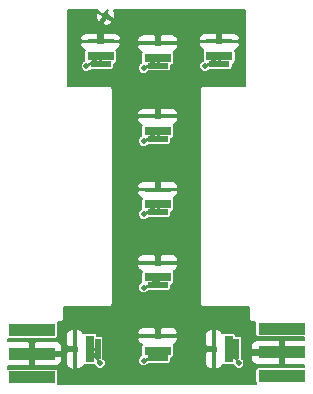
<source format=gtl>
G04 #@! TF.FileFunction,Copper,L1,Top,Signal*
%FSLAX46Y46*%
G04 Gerber Fmt 4.6, Leading zero omitted, Abs format (unit mm)*
G04 Created by KiCad (PCBNEW 4.0.0-rc2-stable) date 3/3/2016 3:44:55 PM*
%MOMM*%
G01*
G04 APERTURE LIST*
%ADD10C,0.150000*%
%ADD11R,1.800000X0.500000*%
%ADD12R,2.300000X0.320000*%
%ADD13R,2.300000X0.800000*%
%ADD14C,0.500000*%
%ADD15R,0.500000X1.800000*%
%ADD16R,0.320000X2.300000*%
%ADD17R,0.800000X2.300000*%
%ADD18R,4.000000X1.000000*%
%ADD19C,0.600000*%
%ADD20C,0.254000*%
%ADD21C,0.152400*%
G04 APERTURE END LIST*
D10*
D11*
X54840633Y-23675793D03*
D12*
X54840633Y-21775793D03*
D13*
X54840633Y-23025793D03*
D14*
X53640633Y-23875793D03*
D11*
X64888480Y-23675793D03*
D12*
X64888480Y-21775793D03*
D13*
X64888480Y-23025793D03*
D14*
X63688480Y-23875793D03*
D15*
X66350584Y-47815506D03*
D16*
X64450584Y-47815506D03*
D17*
X65700584Y-47815506D03*
D14*
X66550584Y-49015506D03*
D15*
X54599980Y-47815506D03*
D16*
X52699980Y-47815506D03*
D17*
X53949980Y-47815506D03*
D14*
X54799980Y-49015506D03*
D11*
X59687828Y-23825673D03*
D12*
X59687828Y-21925673D03*
D13*
X59687828Y-23175673D03*
D14*
X58487828Y-24025673D03*
D11*
X59687828Y-30019177D03*
D12*
X59687828Y-28119177D03*
D13*
X59687828Y-29369177D03*
D14*
X58487828Y-30219177D03*
D11*
X59687828Y-36212680D03*
D12*
X59687828Y-34312680D03*
D13*
X59687828Y-35562680D03*
D14*
X58487828Y-36412680D03*
D11*
X59687828Y-42406187D03*
D12*
X59687828Y-40506187D03*
D13*
X59687828Y-41756187D03*
D14*
X58487828Y-42606187D03*
D11*
X59687828Y-48599688D03*
D12*
X59687828Y-46699688D03*
D13*
X59687828Y-47949688D03*
D14*
X58487828Y-48799688D03*
D18*
X70182240Y-50103065D03*
X70182240Y-48103065D03*
X70182240Y-46103065D03*
D19*
X69182240Y-50103065D03*
X69182240Y-48103065D03*
X69182240Y-46103065D03*
D18*
X49034782Y-46206337D03*
X49034782Y-48206337D03*
X49034782Y-50206337D03*
D19*
X50034782Y-46206337D03*
X50034782Y-48206337D03*
X50034782Y-50206337D03*
D14*
X55268813Y-19586101D03*
D20*
X54840000Y-23680000D02*
X54840000Y-23030000D01*
X54840000Y-23680000D02*
X54840000Y-23030000D01*
X54840000Y-23680000D02*
X54840000Y-23030000D01*
X54840000Y-23680000D02*
X54840000Y-23030000D01*
X54840000Y-23680000D02*
X54840000Y-23030000D01*
X54840000Y-23680000D02*
X54840000Y-23030000D01*
X54840000Y-23680000D02*
X54840000Y-23030000D01*
X54840000Y-23680000D02*
X54840000Y-23030000D01*
X54840000Y-23680000D02*
X54840000Y-23030000D01*
X54840000Y-23030000D02*
X53640000Y-23880000D01*
X54840000Y-23030000D02*
X53640000Y-23880000D01*
X54840000Y-23030000D02*
X53640000Y-23880000D01*
X54840000Y-23030000D02*
X53640000Y-23880000D01*
X54840000Y-23030000D02*
X53640000Y-23880000D01*
X54840000Y-23030000D02*
X53640000Y-23880000D01*
X54840000Y-23030000D02*
X53640000Y-23880000D01*
X54840000Y-23030000D02*
X53640000Y-23880000D01*
X54840000Y-23030000D02*
X53640000Y-23880000D01*
X64890000Y-23680000D02*
X64890000Y-23030000D01*
X64890000Y-23680000D02*
X64890000Y-23030000D01*
X64890000Y-23680000D02*
X64890000Y-23030000D01*
X64890000Y-23680000D02*
X64890000Y-23030000D01*
X64890000Y-23680000D02*
X64890000Y-23030000D01*
X64890000Y-23680000D02*
X64890000Y-23030000D01*
X64890000Y-23680000D02*
X64890000Y-23030000D01*
X64890000Y-23680000D02*
X64890000Y-23030000D01*
X64890000Y-23680000D02*
X64890000Y-23030000D01*
X64890000Y-23030000D02*
X63690000Y-23880000D01*
X64890000Y-23030000D02*
X63690000Y-23880000D01*
X64890000Y-23030000D02*
X63690000Y-23880000D01*
X64890000Y-23030000D02*
X63690000Y-23880000D01*
X64890000Y-23030000D02*
X63690000Y-23880000D01*
X64890000Y-23030000D02*
X63690000Y-23880000D01*
X64890000Y-23030000D02*
X63690000Y-23880000D01*
X64890000Y-23030000D02*
X63690000Y-23880000D01*
X64890000Y-23030000D02*
X63690000Y-23880000D01*
X66350000Y-47820000D02*
X65700000Y-47820000D01*
X66350000Y-47820000D02*
X65700000Y-47820000D01*
X66350000Y-47820000D02*
X65700000Y-47820000D01*
X66350000Y-47820000D02*
X65700000Y-47820000D01*
X66350000Y-47820000D02*
X65700000Y-47820000D01*
X66350000Y-47820000D02*
X65700000Y-47820000D01*
X66350000Y-47820000D02*
X65700000Y-47820000D01*
X66350000Y-47820000D02*
X65700000Y-47820000D01*
X66350000Y-47820000D02*
X65700000Y-47820000D01*
X65700000Y-47820000D02*
X66550000Y-49020000D01*
X65700000Y-47820000D02*
X66550000Y-49020000D01*
X65700000Y-47820000D02*
X66550000Y-49020000D01*
X65700000Y-47820000D02*
X66550000Y-49020000D01*
X65700000Y-47820000D02*
X66550000Y-49020000D01*
X65700000Y-47820000D02*
X66550000Y-49020000D01*
X65700000Y-47820000D02*
X66550000Y-49020000D01*
X65700000Y-47820000D02*
X66550000Y-49020000D01*
X65700000Y-47820000D02*
X66550000Y-49020000D01*
X54600000Y-47820000D02*
X53950000Y-47820000D01*
X54600000Y-47820000D02*
X53950000Y-47820000D01*
X54600000Y-47820000D02*
X53950000Y-47820000D01*
X54600000Y-47820000D02*
X53950000Y-47820000D01*
X54600000Y-47820000D02*
X53950000Y-47820000D01*
X54600000Y-47820000D02*
X53950000Y-47820000D01*
X54600000Y-47820000D02*
X53950000Y-47820000D01*
X54600000Y-47820000D02*
X53950000Y-47820000D01*
X54600000Y-47820000D02*
X53950000Y-47820000D01*
X53950000Y-47820000D02*
X54800000Y-49020000D01*
X53950000Y-47820000D02*
X54800000Y-49020000D01*
X53950000Y-47820000D02*
X54800000Y-49020000D01*
X53950000Y-47820000D02*
X54800000Y-49020000D01*
X53950000Y-47820000D02*
X54800000Y-49020000D01*
X53950000Y-47820000D02*
X54800000Y-49020000D01*
X53950000Y-47820000D02*
X54800000Y-49020000D01*
X53950000Y-47820000D02*
X54800000Y-49020000D01*
X53950000Y-47820000D02*
X54800000Y-49020000D01*
X59690000Y-23830000D02*
X59690000Y-23180000D01*
X59690000Y-23830000D02*
X59690000Y-23180000D01*
X59690000Y-23830000D02*
X59690000Y-23180000D01*
X59690000Y-23830000D02*
X59690000Y-23180000D01*
X59690000Y-23830000D02*
X59690000Y-23180000D01*
X59690000Y-23830000D02*
X59690000Y-23180000D01*
X59690000Y-23830000D02*
X59690000Y-23180000D01*
X59690000Y-23830000D02*
X59690000Y-23180000D01*
X59690000Y-23830000D02*
X59690000Y-23180000D01*
X59690000Y-23180000D02*
X58490000Y-24030000D01*
X59690000Y-23180000D02*
X58490000Y-24030000D01*
X59690000Y-23180000D02*
X58490000Y-24030000D01*
X59690000Y-23180000D02*
X58490000Y-24030000D01*
X59690000Y-23180000D02*
X58490000Y-24030000D01*
X59690000Y-23180000D02*
X58490000Y-24030000D01*
X59690000Y-23180000D02*
X58490000Y-24030000D01*
X59690000Y-23180000D02*
X58490000Y-24030000D01*
X59690000Y-23180000D02*
X58490000Y-24030000D01*
X59690000Y-30020000D02*
X59690000Y-29370000D01*
X59690000Y-30020000D02*
X59690000Y-29370000D01*
X59690000Y-30020000D02*
X59690000Y-29370000D01*
X59690000Y-30020000D02*
X59690000Y-29370000D01*
X59690000Y-30020000D02*
X59690000Y-29370000D01*
X59690000Y-30020000D02*
X59690000Y-29370000D01*
X59690000Y-30020000D02*
X59690000Y-29370000D01*
X59690000Y-30020000D02*
X59690000Y-29370000D01*
X59690000Y-30020000D02*
X59690000Y-29370000D01*
X59690000Y-29370000D02*
X58490000Y-30220000D01*
X59690000Y-29370000D02*
X58490000Y-30220000D01*
X59690000Y-29370000D02*
X58490000Y-30220000D01*
X59690000Y-29370000D02*
X58490000Y-30220000D01*
X59690000Y-29370000D02*
X58490000Y-30220000D01*
X59690000Y-29370000D02*
X58490000Y-30220000D01*
X59690000Y-29370000D02*
X58490000Y-30220000D01*
X59690000Y-29370000D02*
X58490000Y-30220000D01*
X59690000Y-29370000D02*
X58490000Y-30220000D01*
X59690000Y-36210000D02*
X59690000Y-35560000D01*
X59690000Y-36210000D02*
X59690000Y-35560000D01*
X59690000Y-36210000D02*
X59690000Y-35560000D01*
X59690000Y-36210000D02*
X59690000Y-35560000D01*
X59690000Y-36210000D02*
X59690000Y-35560000D01*
X59690000Y-36210000D02*
X59690000Y-35560000D01*
X59690000Y-36210000D02*
X59690000Y-35560000D01*
X59690000Y-36210000D02*
X59690000Y-35560000D01*
X59690000Y-36210000D02*
X59690000Y-35560000D01*
X59690000Y-35560000D02*
X58490000Y-36410000D01*
X59690000Y-35560000D02*
X58490000Y-36410000D01*
X59690000Y-35560000D02*
X58490000Y-36410000D01*
X59690000Y-35560000D02*
X58490000Y-36410000D01*
X59690000Y-35560000D02*
X58490000Y-36410000D01*
X59690000Y-35560000D02*
X58490000Y-36410000D01*
X59690000Y-35560000D02*
X58490000Y-36410000D01*
X59690000Y-35560000D02*
X58490000Y-36410000D01*
X59690000Y-35560000D02*
X58490000Y-36410000D01*
X59690000Y-42410000D02*
X59690000Y-41760000D01*
X59690000Y-42410000D02*
X59690000Y-41760000D01*
X59690000Y-42410000D02*
X59690000Y-41760000D01*
X59690000Y-42410000D02*
X59690000Y-41760000D01*
X59690000Y-42410000D02*
X59690000Y-41760000D01*
X59690000Y-42410000D02*
X59690000Y-41760000D01*
X59690000Y-42410000D02*
X59690000Y-41760000D01*
X59690000Y-42410000D02*
X59690000Y-41760000D01*
X59690000Y-42410000D02*
X59690000Y-41760000D01*
X59690000Y-41760000D02*
X58490000Y-42610000D01*
X59690000Y-41760000D02*
X58490000Y-42610000D01*
X59690000Y-41760000D02*
X58490000Y-42610000D01*
X59690000Y-41760000D02*
X58490000Y-42610000D01*
X59690000Y-41760000D02*
X58490000Y-42610000D01*
X59690000Y-41760000D02*
X58490000Y-42610000D01*
X59690000Y-41760000D02*
X58490000Y-42610000D01*
X59690000Y-41760000D02*
X58490000Y-42610000D01*
X59690000Y-41760000D02*
X58490000Y-42610000D01*
X59690000Y-48600000D02*
X59690000Y-47950000D01*
X59690000Y-48600000D02*
X59690000Y-47950000D01*
X59690000Y-48600000D02*
X59690000Y-47950000D01*
X59690000Y-48600000D02*
X59690000Y-47950000D01*
X59690000Y-48600000D02*
X59690000Y-47950000D01*
X59690000Y-48600000D02*
X59690000Y-47950000D01*
X59690000Y-48600000D02*
X59690000Y-47950000D01*
X59690000Y-48600000D02*
X59690000Y-47950000D01*
X59690000Y-48600000D02*
X59690000Y-47950000D01*
X59690000Y-47950000D02*
X58490000Y-48800000D01*
X59690000Y-47950000D02*
X58490000Y-48800000D01*
X59690000Y-47950000D02*
X58490000Y-48800000D01*
X59690000Y-47950000D02*
X58490000Y-48800000D01*
X59690000Y-47950000D02*
X58490000Y-48800000D01*
X59690000Y-47950000D02*
X58490000Y-48800000D01*
X59690000Y-47950000D02*
X58490000Y-48800000D01*
X59690000Y-47950000D02*
X58490000Y-48800000D01*
X59690000Y-47950000D02*
X58490000Y-48800000D01*
D21*
G36*
X55003222Y-19571960D02*
X55185169Y-19390013D01*
X55226047Y-19414575D01*
X55397878Y-19128600D01*
X55474864Y-19128600D01*
X55282954Y-19320510D01*
X55464901Y-19502457D01*
X55440339Y-19543335D01*
X55927480Y-19836039D01*
X56095686Y-19785363D01*
X56108999Y-19453764D01*
X55994400Y-19142313D01*
X55984253Y-19128600D01*
X67051400Y-19128600D01*
X67051400Y-25551400D01*
X63530000Y-25551400D01*
X63423384Y-25572607D01*
X63333000Y-25633000D01*
X63272607Y-25723384D01*
X63251400Y-25830000D01*
X63251400Y-44000000D01*
X63272607Y-44106616D01*
X63333000Y-44197000D01*
X63423384Y-44257393D01*
X63530000Y-44278600D01*
X67381400Y-44278600D01*
X67381400Y-45280000D01*
X67402607Y-45386616D01*
X67463000Y-45477000D01*
X67553384Y-45537393D01*
X67660000Y-45558600D01*
X67958166Y-45558600D01*
X67949162Y-45603065D01*
X67949162Y-46603065D01*
X67965102Y-46687779D01*
X68015168Y-46765583D01*
X68091560Y-46817780D01*
X68182240Y-46836143D01*
X72081400Y-46836143D01*
X72081400Y-47018865D01*
X70506090Y-47018865D01*
X70360040Y-47164915D01*
X70360040Y-47925265D01*
X70380040Y-47925265D01*
X70380040Y-48280865D01*
X70360040Y-48280865D01*
X70360040Y-49041215D01*
X70506090Y-49187265D01*
X72081400Y-49187265D01*
X72081400Y-49369987D01*
X68182240Y-49369987D01*
X68097526Y-49385927D01*
X68019722Y-49435993D01*
X67967525Y-49512385D01*
X67949162Y-49603065D01*
X67949162Y-50603065D01*
X67965102Y-50687779D01*
X68006041Y-50751400D01*
X51258735Y-50751400D01*
X51267860Y-50706337D01*
X51267860Y-49706337D01*
X51251920Y-49621623D01*
X51201854Y-49543819D01*
X51125462Y-49491622D01*
X51034782Y-49473259D01*
X47038600Y-49473259D01*
X47038600Y-49290537D01*
X48710932Y-49290537D01*
X48856982Y-49144487D01*
X48856982Y-48384137D01*
X48836982Y-48384137D01*
X48836982Y-48144670D01*
X49135370Y-48144670D01*
X49180235Y-48493554D01*
X49212582Y-48571647D01*
X49212582Y-49144487D01*
X49358632Y-49290537D01*
X51150986Y-49290537D01*
X51365704Y-49201598D01*
X51530043Y-49037260D01*
X51618982Y-48822542D01*
X51618982Y-48530187D01*
X51472932Y-48384137D01*
X50902702Y-48384137D01*
X50934194Y-48268004D01*
X50917651Y-48139356D01*
X51955780Y-48139356D01*
X51955780Y-49081710D01*
X52044719Y-49296428D01*
X52209057Y-49460767D01*
X52423775Y-49549706D01*
X52473930Y-49549706D01*
X52619980Y-49403656D01*
X52619980Y-47993306D01*
X52101830Y-47993306D01*
X51955780Y-48139356D01*
X50917651Y-48139356D01*
X50903400Y-48028537D01*
X51472932Y-48028537D01*
X51618982Y-47882487D01*
X51618982Y-47590132D01*
X51530043Y-47375414D01*
X51365704Y-47211076D01*
X51150986Y-47122137D01*
X49358632Y-47122137D01*
X49212582Y-47268187D01*
X49212582Y-47859939D01*
X49135370Y-48144670D01*
X48836982Y-48144670D01*
X48836982Y-48028537D01*
X48856982Y-48028537D01*
X48856982Y-47268187D01*
X48710932Y-47122137D01*
X47038600Y-47122137D01*
X47038600Y-46939415D01*
X51034782Y-46939415D01*
X51119496Y-46923475D01*
X51197300Y-46873409D01*
X51249497Y-46797017D01*
X51267860Y-46706337D01*
X51267860Y-46549302D01*
X51955780Y-46549302D01*
X51955780Y-47491656D01*
X52101830Y-47637706D01*
X52619980Y-47637706D01*
X52619980Y-46227356D01*
X52779980Y-46227356D01*
X52779980Y-47637706D01*
X52859980Y-47637706D01*
X52859980Y-47993306D01*
X52779980Y-47993306D01*
X52779980Y-49403656D01*
X52926030Y-49549706D01*
X52976185Y-49549706D01*
X53190903Y-49460767D01*
X53355241Y-49296428D01*
X53415712Y-49150438D01*
X53459300Y-49180221D01*
X53549980Y-49198584D01*
X54349980Y-49198584D01*
X54357218Y-49197222D01*
X54394006Y-49286257D01*
X54528521Y-49421006D01*
X54704363Y-49494022D01*
X54894762Y-49494189D01*
X55070731Y-49421480D01*
X55205480Y-49286965D01*
X55278496Y-49111123D01*
X55278663Y-48920724D01*
X55205954Y-48744755D01*
X55083058Y-48621645D01*
X55083058Y-46925738D01*
X57953628Y-46925738D01*
X57953628Y-46975893D01*
X58042567Y-47190611D01*
X58206906Y-47354949D01*
X58352896Y-47415420D01*
X58323113Y-47459008D01*
X58304750Y-47549688D01*
X58304750Y-48349688D01*
X58306112Y-48356926D01*
X58217077Y-48393714D01*
X58082328Y-48528229D01*
X58009312Y-48704071D01*
X58009145Y-48894470D01*
X58081854Y-49070439D01*
X58216369Y-49205188D01*
X58392211Y-49278204D01*
X58582610Y-49278371D01*
X58758579Y-49205662D01*
X58881689Y-49082766D01*
X60587828Y-49082766D01*
X60672542Y-49066826D01*
X60750346Y-49016760D01*
X60802543Y-48940368D01*
X60820906Y-48849688D01*
X60820906Y-48582766D01*
X60837828Y-48582766D01*
X60922542Y-48566826D01*
X61000346Y-48516760D01*
X61052543Y-48440368D01*
X61070906Y-48349688D01*
X61070906Y-48139356D01*
X63706384Y-48139356D01*
X63706384Y-49081710D01*
X63795323Y-49296428D01*
X63959661Y-49460767D01*
X64174379Y-49549706D01*
X64224534Y-49549706D01*
X64370584Y-49403656D01*
X64370584Y-47993306D01*
X63852434Y-47993306D01*
X63706384Y-48139356D01*
X61070906Y-48139356D01*
X61070906Y-47549688D01*
X61054966Y-47464974D01*
X61023011Y-47415316D01*
X61168750Y-47354949D01*
X61333089Y-47190611D01*
X61422028Y-46975893D01*
X61422028Y-46925738D01*
X61275978Y-46779688D01*
X59865628Y-46779688D01*
X59865628Y-46859688D01*
X59510028Y-46859688D01*
X59510028Y-46779688D01*
X58099678Y-46779688D01*
X57953628Y-46925738D01*
X55083058Y-46925738D01*
X55083058Y-46915506D01*
X55067118Y-46830792D01*
X55017052Y-46752988D01*
X54940660Y-46700791D01*
X54849980Y-46682428D01*
X54583058Y-46682428D01*
X54583058Y-46665506D01*
X54567118Y-46580792D01*
X54517052Y-46502988D01*
X54440660Y-46450791D01*
X54349980Y-46432428D01*
X53549980Y-46432428D01*
X53465266Y-46448368D01*
X53415608Y-46480323D01*
X53392065Y-46423483D01*
X57953628Y-46423483D01*
X57953628Y-46473638D01*
X58099678Y-46619688D01*
X59510028Y-46619688D01*
X59510028Y-46101538D01*
X59865628Y-46101538D01*
X59865628Y-46619688D01*
X61275978Y-46619688D01*
X61346364Y-46549302D01*
X63706384Y-46549302D01*
X63706384Y-47491656D01*
X63852434Y-47637706D01*
X64370584Y-47637706D01*
X64370584Y-46227356D01*
X64530584Y-46227356D01*
X64530584Y-47637706D01*
X64610584Y-47637706D01*
X64610584Y-47993306D01*
X64530584Y-47993306D01*
X64530584Y-49403656D01*
X64676634Y-49549706D01*
X64726789Y-49549706D01*
X64941507Y-49460767D01*
X65105845Y-49296428D01*
X65166316Y-49150438D01*
X65209904Y-49180221D01*
X65300584Y-49198584D01*
X66100584Y-49198584D01*
X66107822Y-49197222D01*
X66144610Y-49286257D01*
X66279125Y-49421006D01*
X66454967Y-49494022D01*
X66645366Y-49494189D01*
X66821335Y-49421480D01*
X66956084Y-49286965D01*
X67029100Y-49111123D01*
X67029267Y-48920724D01*
X66956558Y-48744755D01*
X66833662Y-48621645D01*
X66833662Y-47486860D01*
X67598040Y-47486860D01*
X67598040Y-47779215D01*
X67744090Y-47925265D01*
X68314320Y-47925265D01*
X68282828Y-48041398D01*
X68313622Y-48280865D01*
X67744090Y-48280865D01*
X67598040Y-48426915D01*
X67598040Y-48719270D01*
X67686979Y-48933988D01*
X67851318Y-49098326D01*
X68066036Y-49187265D01*
X69858390Y-49187265D01*
X70004440Y-49041215D01*
X70004440Y-48449463D01*
X70081652Y-48164732D01*
X70036787Y-47815848D01*
X70004440Y-47737755D01*
X70004440Y-47164915D01*
X69858390Y-47018865D01*
X68066036Y-47018865D01*
X67851318Y-47107804D01*
X67686979Y-47272142D01*
X67598040Y-47486860D01*
X66833662Y-47486860D01*
X66833662Y-46915506D01*
X66817722Y-46830792D01*
X66767656Y-46752988D01*
X66691264Y-46700791D01*
X66600584Y-46682428D01*
X66333662Y-46682428D01*
X66333662Y-46665506D01*
X66317722Y-46580792D01*
X66267656Y-46502988D01*
X66191264Y-46450791D01*
X66100584Y-46432428D01*
X65300584Y-46432428D01*
X65215870Y-46448368D01*
X65166212Y-46480323D01*
X65105845Y-46334584D01*
X64941507Y-46170245D01*
X64726789Y-46081306D01*
X64676634Y-46081306D01*
X64530584Y-46227356D01*
X64370584Y-46227356D01*
X64224534Y-46081306D01*
X64174379Y-46081306D01*
X63959661Y-46170245D01*
X63795323Y-46334584D01*
X63706384Y-46549302D01*
X61346364Y-46549302D01*
X61422028Y-46473638D01*
X61422028Y-46423483D01*
X61333089Y-46208765D01*
X61168750Y-46044427D01*
X60954032Y-45955488D01*
X60011678Y-45955488D01*
X59865628Y-46101538D01*
X59510028Y-46101538D01*
X59363978Y-45955488D01*
X58421624Y-45955488D01*
X58206906Y-46044427D01*
X58042567Y-46208765D01*
X57953628Y-46423483D01*
X53392065Y-46423483D01*
X53355241Y-46334584D01*
X53190903Y-46170245D01*
X52976185Y-46081306D01*
X52926030Y-46081306D01*
X52779980Y-46227356D01*
X52619980Y-46227356D01*
X52473930Y-46081306D01*
X52423775Y-46081306D01*
X52209057Y-46170245D01*
X52044719Y-46334584D01*
X51955780Y-46549302D01*
X51267860Y-46549302D01*
X51267860Y-45706337D01*
X51251920Y-45621623D01*
X51211365Y-45558600D01*
X51460000Y-45558600D01*
X51566616Y-45537393D01*
X51657000Y-45477000D01*
X51717393Y-45386616D01*
X51738600Y-45280000D01*
X51738600Y-44278600D01*
X55580000Y-44278600D01*
X55686616Y-44257393D01*
X55777000Y-44197000D01*
X55837393Y-44106616D01*
X55858600Y-44000000D01*
X55858600Y-40732237D01*
X57953628Y-40732237D01*
X57953628Y-40782392D01*
X58042567Y-40997110D01*
X58206906Y-41161448D01*
X58352896Y-41221919D01*
X58323113Y-41265507D01*
X58304750Y-41356187D01*
X58304750Y-42156187D01*
X58306112Y-42163425D01*
X58217077Y-42200213D01*
X58082328Y-42334728D01*
X58009312Y-42510570D01*
X58009145Y-42700969D01*
X58081854Y-42876938D01*
X58216369Y-43011687D01*
X58392211Y-43084703D01*
X58582610Y-43084870D01*
X58758579Y-43012161D01*
X58881689Y-42889265D01*
X60587828Y-42889265D01*
X60672542Y-42873325D01*
X60750346Y-42823259D01*
X60802543Y-42746867D01*
X60820906Y-42656187D01*
X60820906Y-42389265D01*
X60837828Y-42389265D01*
X60922542Y-42373325D01*
X61000346Y-42323259D01*
X61052543Y-42246867D01*
X61070906Y-42156187D01*
X61070906Y-41356187D01*
X61054966Y-41271473D01*
X61023011Y-41221815D01*
X61168750Y-41161448D01*
X61333089Y-40997110D01*
X61422028Y-40782392D01*
X61422028Y-40732237D01*
X61275978Y-40586187D01*
X59865628Y-40586187D01*
X59865628Y-40666187D01*
X59510028Y-40666187D01*
X59510028Y-40586187D01*
X58099678Y-40586187D01*
X57953628Y-40732237D01*
X55858600Y-40732237D01*
X55858600Y-40229982D01*
X57953628Y-40229982D01*
X57953628Y-40280137D01*
X58099678Y-40426187D01*
X59510028Y-40426187D01*
X59510028Y-39908037D01*
X59865628Y-39908037D01*
X59865628Y-40426187D01*
X61275978Y-40426187D01*
X61422028Y-40280137D01*
X61422028Y-40229982D01*
X61333089Y-40015264D01*
X61168750Y-39850926D01*
X60954032Y-39761987D01*
X60011678Y-39761987D01*
X59865628Y-39908037D01*
X59510028Y-39908037D01*
X59363978Y-39761987D01*
X58421624Y-39761987D01*
X58206906Y-39850926D01*
X58042567Y-40015264D01*
X57953628Y-40229982D01*
X55858600Y-40229982D01*
X55858600Y-34538730D01*
X57953628Y-34538730D01*
X57953628Y-34588885D01*
X58042567Y-34803603D01*
X58206906Y-34967941D01*
X58352896Y-35028412D01*
X58323113Y-35072000D01*
X58304750Y-35162680D01*
X58304750Y-35962680D01*
X58306112Y-35969918D01*
X58217077Y-36006706D01*
X58082328Y-36141221D01*
X58009312Y-36317063D01*
X58009145Y-36507462D01*
X58081854Y-36683431D01*
X58216369Y-36818180D01*
X58392211Y-36891196D01*
X58582610Y-36891363D01*
X58758579Y-36818654D01*
X58881689Y-36695758D01*
X60587828Y-36695758D01*
X60672542Y-36679818D01*
X60750346Y-36629752D01*
X60802543Y-36553360D01*
X60820906Y-36462680D01*
X60820906Y-36195758D01*
X60837828Y-36195758D01*
X60922542Y-36179818D01*
X61000346Y-36129752D01*
X61052543Y-36053360D01*
X61070906Y-35962680D01*
X61070906Y-35162680D01*
X61054966Y-35077966D01*
X61023011Y-35028308D01*
X61168750Y-34967941D01*
X61333089Y-34803603D01*
X61422028Y-34588885D01*
X61422028Y-34538730D01*
X61275978Y-34392680D01*
X59865628Y-34392680D01*
X59865628Y-34472680D01*
X59510028Y-34472680D01*
X59510028Y-34392680D01*
X58099678Y-34392680D01*
X57953628Y-34538730D01*
X55858600Y-34538730D01*
X55858600Y-34036475D01*
X57953628Y-34036475D01*
X57953628Y-34086630D01*
X58099678Y-34232680D01*
X59510028Y-34232680D01*
X59510028Y-33714530D01*
X59865628Y-33714530D01*
X59865628Y-34232680D01*
X61275978Y-34232680D01*
X61422028Y-34086630D01*
X61422028Y-34036475D01*
X61333089Y-33821757D01*
X61168750Y-33657419D01*
X60954032Y-33568480D01*
X60011678Y-33568480D01*
X59865628Y-33714530D01*
X59510028Y-33714530D01*
X59363978Y-33568480D01*
X58421624Y-33568480D01*
X58206906Y-33657419D01*
X58042567Y-33821757D01*
X57953628Y-34036475D01*
X55858600Y-34036475D01*
X55858600Y-28345227D01*
X57953628Y-28345227D01*
X57953628Y-28395382D01*
X58042567Y-28610100D01*
X58206906Y-28774438D01*
X58352896Y-28834909D01*
X58323113Y-28878497D01*
X58304750Y-28969177D01*
X58304750Y-29769177D01*
X58306112Y-29776415D01*
X58217077Y-29813203D01*
X58082328Y-29947718D01*
X58009312Y-30123560D01*
X58009145Y-30313959D01*
X58081854Y-30489928D01*
X58216369Y-30624677D01*
X58392211Y-30697693D01*
X58582610Y-30697860D01*
X58758579Y-30625151D01*
X58881689Y-30502255D01*
X60587828Y-30502255D01*
X60672542Y-30486315D01*
X60750346Y-30436249D01*
X60802543Y-30359857D01*
X60820906Y-30269177D01*
X60820906Y-30002255D01*
X60837828Y-30002255D01*
X60922542Y-29986315D01*
X61000346Y-29936249D01*
X61052543Y-29859857D01*
X61070906Y-29769177D01*
X61070906Y-28969177D01*
X61054966Y-28884463D01*
X61023011Y-28834805D01*
X61168750Y-28774438D01*
X61333089Y-28610100D01*
X61422028Y-28395382D01*
X61422028Y-28345227D01*
X61275978Y-28199177D01*
X59865628Y-28199177D01*
X59865628Y-28279177D01*
X59510028Y-28279177D01*
X59510028Y-28199177D01*
X58099678Y-28199177D01*
X57953628Y-28345227D01*
X55858600Y-28345227D01*
X55858600Y-27842972D01*
X57953628Y-27842972D01*
X57953628Y-27893127D01*
X58099678Y-28039177D01*
X59510028Y-28039177D01*
X59510028Y-27521027D01*
X59865628Y-27521027D01*
X59865628Y-28039177D01*
X61275978Y-28039177D01*
X61422028Y-27893127D01*
X61422028Y-27842972D01*
X61333089Y-27628254D01*
X61168750Y-27463916D01*
X60954032Y-27374977D01*
X60011678Y-27374977D01*
X59865628Y-27521027D01*
X59510028Y-27521027D01*
X59363978Y-27374977D01*
X58421624Y-27374977D01*
X58206906Y-27463916D01*
X58042567Y-27628254D01*
X57953628Y-27842972D01*
X55858600Y-27842972D01*
X55858600Y-25830000D01*
X55837393Y-25723384D01*
X55777000Y-25633000D01*
X55686616Y-25572607D01*
X55580000Y-25551400D01*
X52058600Y-25551400D01*
X52058600Y-22001843D01*
X53106433Y-22001843D01*
X53106433Y-22051998D01*
X53195372Y-22266716D01*
X53359711Y-22431054D01*
X53505701Y-22491525D01*
X53475918Y-22535113D01*
X53457555Y-22625793D01*
X53457555Y-23425793D01*
X53458917Y-23433031D01*
X53369882Y-23469819D01*
X53235133Y-23604334D01*
X53162117Y-23780176D01*
X53161950Y-23970575D01*
X53234659Y-24146544D01*
X53369174Y-24281293D01*
X53545016Y-24354309D01*
X53735415Y-24354476D01*
X53911384Y-24281767D01*
X54034494Y-24158871D01*
X55740633Y-24158871D01*
X55825347Y-24142931D01*
X55903151Y-24092865D01*
X55955348Y-24016473D01*
X55973711Y-23925793D01*
X55973711Y-23658871D01*
X55990633Y-23658871D01*
X56075347Y-23642931D01*
X56153151Y-23592865D01*
X56205348Y-23516473D01*
X56223711Y-23425793D01*
X56223711Y-22625793D01*
X56207771Y-22541079D01*
X56175816Y-22491421D01*
X56321555Y-22431054D01*
X56485894Y-22266716D01*
X56533525Y-22151723D01*
X57953628Y-22151723D01*
X57953628Y-22201878D01*
X58042567Y-22416596D01*
X58206906Y-22580934D01*
X58352896Y-22641405D01*
X58323113Y-22684993D01*
X58304750Y-22775673D01*
X58304750Y-23575673D01*
X58306112Y-23582911D01*
X58217077Y-23619699D01*
X58082328Y-23754214D01*
X58009312Y-23930056D01*
X58009145Y-24120455D01*
X58081854Y-24296424D01*
X58216369Y-24431173D01*
X58392211Y-24504189D01*
X58582610Y-24504356D01*
X58758579Y-24431647D01*
X58881689Y-24308751D01*
X60587828Y-24308751D01*
X60672542Y-24292811D01*
X60750346Y-24242745D01*
X60802543Y-24166353D01*
X60820906Y-24075673D01*
X60820906Y-23808751D01*
X60837828Y-23808751D01*
X60922542Y-23792811D01*
X61000346Y-23742745D01*
X61052543Y-23666353D01*
X61070906Y-23575673D01*
X61070906Y-22775673D01*
X61054966Y-22690959D01*
X61023011Y-22641301D01*
X61168750Y-22580934D01*
X61333089Y-22416596D01*
X61422028Y-22201878D01*
X61422028Y-22151723D01*
X61275978Y-22005673D01*
X59865628Y-22005673D01*
X59865628Y-22085673D01*
X59510028Y-22085673D01*
X59510028Y-22005673D01*
X58099678Y-22005673D01*
X57953628Y-22151723D01*
X56533525Y-22151723D01*
X56574833Y-22051998D01*
X56574833Y-22001843D01*
X63154280Y-22001843D01*
X63154280Y-22051998D01*
X63243219Y-22266716D01*
X63407558Y-22431054D01*
X63553548Y-22491525D01*
X63523765Y-22535113D01*
X63505402Y-22625793D01*
X63505402Y-23425793D01*
X63506764Y-23433031D01*
X63417729Y-23469819D01*
X63282980Y-23604334D01*
X63209964Y-23780176D01*
X63209797Y-23970575D01*
X63282506Y-24146544D01*
X63417021Y-24281293D01*
X63592863Y-24354309D01*
X63783262Y-24354476D01*
X63959231Y-24281767D01*
X64082341Y-24158871D01*
X65788480Y-24158871D01*
X65873194Y-24142931D01*
X65950998Y-24092865D01*
X66003195Y-24016473D01*
X66021558Y-23925793D01*
X66021558Y-23658871D01*
X66038480Y-23658871D01*
X66123194Y-23642931D01*
X66200998Y-23592865D01*
X66253195Y-23516473D01*
X66271558Y-23425793D01*
X66271558Y-22625793D01*
X66255618Y-22541079D01*
X66223663Y-22491421D01*
X66369402Y-22431054D01*
X66533741Y-22266716D01*
X66622680Y-22051998D01*
X66622680Y-22001843D01*
X66476630Y-21855793D01*
X65066280Y-21855793D01*
X65066280Y-21935793D01*
X64710680Y-21935793D01*
X64710680Y-21855793D01*
X63300330Y-21855793D01*
X63154280Y-22001843D01*
X56574833Y-22001843D01*
X56428783Y-21855793D01*
X55018433Y-21855793D01*
X55018433Y-21935793D01*
X54662833Y-21935793D01*
X54662833Y-21855793D01*
X53252483Y-21855793D01*
X53106433Y-22001843D01*
X52058600Y-22001843D01*
X52058600Y-21499588D01*
X53106433Y-21499588D01*
X53106433Y-21549743D01*
X53252483Y-21695793D01*
X54662833Y-21695793D01*
X54662833Y-21177643D01*
X55018433Y-21177643D01*
X55018433Y-21695793D01*
X56428783Y-21695793D01*
X56475108Y-21649468D01*
X57953628Y-21649468D01*
X57953628Y-21699623D01*
X58099678Y-21845673D01*
X59510028Y-21845673D01*
X59510028Y-21327523D01*
X59865628Y-21327523D01*
X59865628Y-21845673D01*
X61275978Y-21845673D01*
X61422028Y-21699623D01*
X61422028Y-21649468D01*
X61359946Y-21499588D01*
X63154280Y-21499588D01*
X63154280Y-21549743D01*
X63300330Y-21695793D01*
X64710680Y-21695793D01*
X64710680Y-21177643D01*
X65066280Y-21177643D01*
X65066280Y-21695793D01*
X66476630Y-21695793D01*
X66622680Y-21549743D01*
X66622680Y-21499588D01*
X66533741Y-21284870D01*
X66369402Y-21120532D01*
X66154684Y-21031593D01*
X65212330Y-21031593D01*
X65066280Y-21177643D01*
X64710680Y-21177643D01*
X64564630Y-21031593D01*
X63622276Y-21031593D01*
X63407558Y-21120532D01*
X63243219Y-21284870D01*
X63154280Y-21499588D01*
X61359946Y-21499588D01*
X61333089Y-21434750D01*
X61168750Y-21270412D01*
X60954032Y-21181473D01*
X60011678Y-21181473D01*
X59865628Y-21327523D01*
X59510028Y-21327523D01*
X59363978Y-21181473D01*
X58421624Y-21181473D01*
X58206906Y-21270412D01*
X58042567Y-21434750D01*
X57953628Y-21649468D01*
X56475108Y-21649468D01*
X56574833Y-21549743D01*
X56574833Y-21499588D01*
X56485894Y-21284870D01*
X56321555Y-21120532D01*
X56106837Y-21031593D01*
X55164483Y-21031593D01*
X55018433Y-21177643D01*
X54662833Y-21177643D01*
X54516783Y-21031593D01*
X53574429Y-21031593D01*
X53359711Y-21120532D01*
X53195372Y-21284870D01*
X53106433Y-21499588D01*
X52058600Y-21499588D01*
X52058600Y-20244768D01*
X55018875Y-20244768D01*
X55069551Y-20412974D01*
X55401150Y-20426287D01*
X55712601Y-20311688D01*
X55832944Y-20222640D01*
X55798720Y-20050331D01*
X55311579Y-19757627D01*
X55018875Y-20244768D01*
X52058600Y-20244768D01*
X52058600Y-19718438D01*
X54428627Y-19718438D01*
X54543226Y-20029889D01*
X54632274Y-20150232D01*
X54804583Y-20116008D01*
X55097287Y-19628867D01*
X54610146Y-19336163D01*
X54441940Y-19386839D01*
X54428627Y-19718438D01*
X52058600Y-19718438D01*
X52058600Y-19128600D01*
X54559862Y-19128600D01*
X55003222Y-19571960D01*
X55003222Y-19571960D01*
G37*
X55003222Y-19571960D02*
X55185169Y-19390013D01*
X55226047Y-19414575D01*
X55397878Y-19128600D01*
X55474864Y-19128600D01*
X55282954Y-19320510D01*
X55464901Y-19502457D01*
X55440339Y-19543335D01*
X55927480Y-19836039D01*
X56095686Y-19785363D01*
X56108999Y-19453764D01*
X55994400Y-19142313D01*
X55984253Y-19128600D01*
X67051400Y-19128600D01*
X67051400Y-25551400D01*
X63530000Y-25551400D01*
X63423384Y-25572607D01*
X63333000Y-25633000D01*
X63272607Y-25723384D01*
X63251400Y-25830000D01*
X63251400Y-44000000D01*
X63272607Y-44106616D01*
X63333000Y-44197000D01*
X63423384Y-44257393D01*
X63530000Y-44278600D01*
X67381400Y-44278600D01*
X67381400Y-45280000D01*
X67402607Y-45386616D01*
X67463000Y-45477000D01*
X67553384Y-45537393D01*
X67660000Y-45558600D01*
X67958166Y-45558600D01*
X67949162Y-45603065D01*
X67949162Y-46603065D01*
X67965102Y-46687779D01*
X68015168Y-46765583D01*
X68091560Y-46817780D01*
X68182240Y-46836143D01*
X72081400Y-46836143D01*
X72081400Y-47018865D01*
X70506090Y-47018865D01*
X70360040Y-47164915D01*
X70360040Y-47925265D01*
X70380040Y-47925265D01*
X70380040Y-48280865D01*
X70360040Y-48280865D01*
X70360040Y-49041215D01*
X70506090Y-49187265D01*
X72081400Y-49187265D01*
X72081400Y-49369987D01*
X68182240Y-49369987D01*
X68097526Y-49385927D01*
X68019722Y-49435993D01*
X67967525Y-49512385D01*
X67949162Y-49603065D01*
X67949162Y-50603065D01*
X67965102Y-50687779D01*
X68006041Y-50751400D01*
X51258735Y-50751400D01*
X51267860Y-50706337D01*
X51267860Y-49706337D01*
X51251920Y-49621623D01*
X51201854Y-49543819D01*
X51125462Y-49491622D01*
X51034782Y-49473259D01*
X47038600Y-49473259D01*
X47038600Y-49290537D01*
X48710932Y-49290537D01*
X48856982Y-49144487D01*
X48856982Y-48384137D01*
X48836982Y-48384137D01*
X48836982Y-48144670D01*
X49135370Y-48144670D01*
X49180235Y-48493554D01*
X49212582Y-48571647D01*
X49212582Y-49144487D01*
X49358632Y-49290537D01*
X51150986Y-49290537D01*
X51365704Y-49201598D01*
X51530043Y-49037260D01*
X51618982Y-48822542D01*
X51618982Y-48530187D01*
X51472932Y-48384137D01*
X50902702Y-48384137D01*
X50934194Y-48268004D01*
X50917651Y-48139356D01*
X51955780Y-48139356D01*
X51955780Y-49081710D01*
X52044719Y-49296428D01*
X52209057Y-49460767D01*
X52423775Y-49549706D01*
X52473930Y-49549706D01*
X52619980Y-49403656D01*
X52619980Y-47993306D01*
X52101830Y-47993306D01*
X51955780Y-48139356D01*
X50917651Y-48139356D01*
X50903400Y-48028537D01*
X51472932Y-48028537D01*
X51618982Y-47882487D01*
X51618982Y-47590132D01*
X51530043Y-47375414D01*
X51365704Y-47211076D01*
X51150986Y-47122137D01*
X49358632Y-47122137D01*
X49212582Y-47268187D01*
X49212582Y-47859939D01*
X49135370Y-48144670D01*
X48836982Y-48144670D01*
X48836982Y-48028537D01*
X48856982Y-48028537D01*
X48856982Y-47268187D01*
X48710932Y-47122137D01*
X47038600Y-47122137D01*
X47038600Y-46939415D01*
X51034782Y-46939415D01*
X51119496Y-46923475D01*
X51197300Y-46873409D01*
X51249497Y-46797017D01*
X51267860Y-46706337D01*
X51267860Y-46549302D01*
X51955780Y-46549302D01*
X51955780Y-47491656D01*
X52101830Y-47637706D01*
X52619980Y-47637706D01*
X52619980Y-46227356D01*
X52779980Y-46227356D01*
X52779980Y-47637706D01*
X52859980Y-47637706D01*
X52859980Y-47993306D01*
X52779980Y-47993306D01*
X52779980Y-49403656D01*
X52926030Y-49549706D01*
X52976185Y-49549706D01*
X53190903Y-49460767D01*
X53355241Y-49296428D01*
X53415712Y-49150438D01*
X53459300Y-49180221D01*
X53549980Y-49198584D01*
X54349980Y-49198584D01*
X54357218Y-49197222D01*
X54394006Y-49286257D01*
X54528521Y-49421006D01*
X54704363Y-49494022D01*
X54894762Y-49494189D01*
X55070731Y-49421480D01*
X55205480Y-49286965D01*
X55278496Y-49111123D01*
X55278663Y-48920724D01*
X55205954Y-48744755D01*
X55083058Y-48621645D01*
X55083058Y-46925738D01*
X57953628Y-46925738D01*
X57953628Y-46975893D01*
X58042567Y-47190611D01*
X58206906Y-47354949D01*
X58352896Y-47415420D01*
X58323113Y-47459008D01*
X58304750Y-47549688D01*
X58304750Y-48349688D01*
X58306112Y-48356926D01*
X58217077Y-48393714D01*
X58082328Y-48528229D01*
X58009312Y-48704071D01*
X58009145Y-48894470D01*
X58081854Y-49070439D01*
X58216369Y-49205188D01*
X58392211Y-49278204D01*
X58582610Y-49278371D01*
X58758579Y-49205662D01*
X58881689Y-49082766D01*
X60587828Y-49082766D01*
X60672542Y-49066826D01*
X60750346Y-49016760D01*
X60802543Y-48940368D01*
X60820906Y-48849688D01*
X60820906Y-48582766D01*
X60837828Y-48582766D01*
X60922542Y-48566826D01*
X61000346Y-48516760D01*
X61052543Y-48440368D01*
X61070906Y-48349688D01*
X61070906Y-48139356D01*
X63706384Y-48139356D01*
X63706384Y-49081710D01*
X63795323Y-49296428D01*
X63959661Y-49460767D01*
X64174379Y-49549706D01*
X64224534Y-49549706D01*
X64370584Y-49403656D01*
X64370584Y-47993306D01*
X63852434Y-47993306D01*
X63706384Y-48139356D01*
X61070906Y-48139356D01*
X61070906Y-47549688D01*
X61054966Y-47464974D01*
X61023011Y-47415316D01*
X61168750Y-47354949D01*
X61333089Y-47190611D01*
X61422028Y-46975893D01*
X61422028Y-46925738D01*
X61275978Y-46779688D01*
X59865628Y-46779688D01*
X59865628Y-46859688D01*
X59510028Y-46859688D01*
X59510028Y-46779688D01*
X58099678Y-46779688D01*
X57953628Y-46925738D01*
X55083058Y-46925738D01*
X55083058Y-46915506D01*
X55067118Y-46830792D01*
X55017052Y-46752988D01*
X54940660Y-46700791D01*
X54849980Y-46682428D01*
X54583058Y-46682428D01*
X54583058Y-46665506D01*
X54567118Y-46580792D01*
X54517052Y-46502988D01*
X54440660Y-46450791D01*
X54349980Y-46432428D01*
X53549980Y-46432428D01*
X53465266Y-46448368D01*
X53415608Y-46480323D01*
X53392065Y-46423483D01*
X57953628Y-46423483D01*
X57953628Y-46473638D01*
X58099678Y-46619688D01*
X59510028Y-46619688D01*
X59510028Y-46101538D01*
X59865628Y-46101538D01*
X59865628Y-46619688D01*
X61275978Y-46619688D01*
X61346364Y-46549302D01*
X63706384Y-46549302D01*
X63706384Y-47491656D01*
X63852434Y-47637706D01*
X64370584Y-47637706D01*
X64370584Y-46227356D01*
X64530584Y-46227356D01*
X64530584Y-47637706D01*
X64610584Y-47637706D01*
X64610584Y-47993306D01*
X64530584Y-47993306D01*
X64530584Y-49403656D01*
X64676634Y-49549706D01*
X64726789Y-49549706D01*
X64941507Y-49460767D01*
X65105845Y-49296428D01*
X65166316Y-49150438D01*
X65209904Y-49180221D01*
X65300584Y-49198584D01*
X66100584Y-49198584D01*
X66107822Y-49197222D01*
X66144610Y-49286257D01*
X66279125Y-49421006D01*
X66454967Y-49494022D01*
X66645366Y-49494189D01*
X66821335Y-49421480D01*
X66956084Y-49286965D01*
X67029100Y-49111123D01*
X67029267Y-48920724D01*
X66956558Y-48744755D01*
X66833662Y-48621645D01*
X66833662Y-47486860D01*
X67598040Y-47486860D01*
X67598040Y-47779215D01*
X67744090Y-47925265D01*
X68314320Y-47925265D01*
X68282828Y-48041398D01*
X68313622Y-48280865D01*
X67744090Y-48280865D01*
X67598040Y-48426915D01*
X67598040Y-48719270D01*
X67686979Y-48933988D01*
X67851318Y-49098326D01*
X68066036Y-49187265D01*
X69858390Y-49187265D01*
X70004440Y-49041215D01*
X70004440Y-48449463D01*
X70081652Y-48164732D01*
X70036787Y-47815848D01*
X70004440Y-47737755D01*
X70004440Y-47164915D01*
X69858390Y-47018865D01*
X68066036Y-47018865D01*
X67851318Y-47107804D01*
X67686979Y-47272142D01*
X67598040Y-47486860D01*
X66833662Y-47486860D01*
X66833662Y-46915506D01*
X66817722Y-46830792D01*
X66767656Y-46752988D01*
X66691264Y-46700791D01*
X66600584Y-46682428D01*
X66333662Y-46682428D01*
X66333662Y-46665506D01*
X66317722Y-46580792D01*
X66267656Y-46502988D01*
X66191264Y-46450791D01*
X66100584Y-46432428D01*
X65300584Y-46432428D01*
X65215870Y-46448368D01*
X65166212Y-46480323D01*
X65105845Y-46334584D01*
X64941507Y-46170245D01*
X64726789Y-46081306D01*
X64676634Y-46081306D01*
X64530584Y-46227356D01*
X64370584Y-46227356D01*
X64224534Y-46081306D01*
X64174379Y-46081306D01*
X63959661Y-46170245D01*
X63795323Y-46334584D01*
X63706384Y-46549302D01*
X61346364Y-46549302D01*
X61422028Y-46473638D01*
X61422028Y-46423483D01*
X61333089Y-46208765D01*
X61168750Y-46044427D01*
X60954032Y-45955488D01*
X60011678Y-45955488D01*
X59865628Y-46101538D01*
X59510028Y-46101538D01*
X59363978Y-45955488D01*
X58421624Y-45955488D01*
X58206906Y-46044427D01*
X58042567Y-46208765D01*
X57953628Y-46423483D01*
X53392065Y-46423483D01*
X53355241Y-46334584D01*
X53190903Y-46170245D01*
X52976185Y-46081306D01*
X52926030Y-46081306D01*
X52779980Y-46227356D01*
X52619980Y-46227356D01*
X52473930Y-46081306D01*
X52423775Y-46081306D01*
X52209057Y-46170245D01*
X52044719Y-46334584D01*
X51955780Y-46549302D01*
X51267860Y-46549302D01*
X51267860Y-45706337D01*
X51251920Y-45621623D01*
X51211365Y-45558600D01*
X51460000Y-45558600D01*
X51566616Y-45537393D01*
X51657000Y-45477000D01*
X51717393Y-45386616D01*
X51738600Y-45280000D01*
X51738600Y-44278600D01*
X55580000Y-44278600D01*
X55686616Y-44257393D01*
X55777000Y-44197000D01*
X55837393Y-44106616D01*
X55858600Y-44000000D01*
X55858600Y-40732237D01*
X57953628Y-40732237D01*
X57953628Y-40782392D01*
X58042567Y-40997110D01*
X58206906Y-41161448D01*
X58352896Y-41221919D01*
X58323113Y-41265507D01*
X58304750Y-41356187D01*
X58304750Y-42156187D01*
X58306112Y-42163425D01*
X58217077Y-42200213D01*
X58082328Y-42334728D01*
X58009312Y-42510570D01*
X58009145Y-42700969D01*
X58081854Y-42876938D01*
X58216369Y-43011687D01*
X58392211Y-43084703D01*
X58582610Y-43084870D01*
X58758579Y-43012161D01*
X58881689Y-42889265D01*
X60587828Y-42889265D01*
X60672542Y-42873325D01*
X60750346Y-42823259D01*
X60802543Y-42746867D01*
X60820906Y-42656187D01*
X60820906Y-42389265D01*
X60837828Y-42389265D01*
X60922542Y-42373325D01*
X61000346Y-42323259D01*
X61052543Y-42246867D01*
X61070906Y-42156187D01*
X61070906Y-41356187D01*
X61054966Y-41271473D01*
X61023011Y-41221815D01*
X61168750Y-41161448D01*
X61333089Y-40997110D01*
X61422028Y-40782392D01*
X61422028Y-40732237D01*
X61275978Y-40586187D01*
X59865628Y-40586187D01*
X59865628Y-40666187D01*
X59510028Y-40666187D01*
X59510028Y-40586187D01*
X58099678Y-40586187D01*
X57953628Y-40732237D01*
X55858600Y-40732237D01*
X55858600Y-40229982D01*
X57953628Y-40229982D01*
X57953628Y-40280137D01*
X58099678Y-40426187D01*
X59510028Y-40426187D01*
X59510028Y-39908037D01*
X59865628Y-39908037D01*
X59865628Y-40426187D01*
X61275978Y-40426187D01*
X61422028Y-40280137D01*
X61422028Y-40229982D01*
X61333089Y-40015264D01*
X61168750Y-39850926D01*
X60954032Y-39761987D01*
X60011678Y-39761987D01*
X59865628Y-39908037D01*
X59510028Y-39908037D01*
X59363978Y-39761987D01*
X58421624Y-39761987D01*
X58206906Y-39850926D01*
X58042567Y-40015264D01*
X57953628Y-40229982D01*
X55858600Y-40229982D01*
X55858600Y-34538730D01*
X57953628Y-34538730D01*
X57953628Y-34588885D01*
X58042567Y-34803603D01*
X58206906Y-34967941D01*
X58352896Y-35028412D01*
X58323113Y-35072000D01*
X58304750Y-35162680D01*
X58304750Y-35962680D01*
X58306112Y-35969918D01*
X58217077Y-36006706D01*
X58082328Y-36141221D01*
X58009312Y-36317063D01*
X58009145Y-36507462D01*
X58081854Y-36683431D01*
X58216369Y-36818180D01*
X58392211Y-36891196D01*
X58582610Y-36891363D01*
X58758579Y-36818654D01*
X58881689Y-36695758D01*
X60587828Y-36695758D01*
X60672542Y-36679818D01*
X60750346Y-36629752D01*
X60802543Y-36553360D01*
X60820906Y-36462680D01*
X60820906Y-36195758D01*
X60837828Y-36195758D01*
X60922542Y-36179818D01*
X61000346Y-36129752D01*
X61052543Y-36053360D01*
X61070906Y-35962680D01*
X61070906Y-35162680D01*
X61054966Y-35077966D01*
X61023011Y-35028308D01*
X61168750Y-34967941D01*
X61333089Y-34803603D01*
X61422028Y-34588885D01*
X61422028Y-34538730D01*
X61275978Y-34392680D01*
X59865628Y-34392680D01*
X59865628Y-34472680D01*
X59510028Y-34472680D01*
X59510028Y-34392680D01*
X58099678Y-34392680D01*
X57953628Y-34538730D01*
X55858600Y-34538730D01*
X55858600Y-34036475D01*
X57953628Y-34036475D01*
X57953628Y-34086630D01*
X58099678Y-34232680D01*
X59510028Y-34232680D01*
X59510028Y-33714530D01*
X59865628Y-33714530D01*
X59865628Y-34232680D01*
X61275978Y-34232680D01*
X61422028Y-34086630D01*
X61422028Y-34036475D01*
X61333089Y-33821757D01*
X61168750Y-33657419D01*
X60954032Y-33568480D01*
X60011678Y-33568480D01*
X59865628Y-33714530D01*
X59510028Y-33714530D01*
X59363978Y-33568480D01*
X58421624Y-33568480D01*
X58206906Y-33657419D01*
X58042567Y-33821757D01*
X57953628Y-34036475D01*
X55858600Y-34036475D01*
X55858600Y-28345227D01*
X57953628Y-28345227D01*
X57953628Y-28395382D01*
X58042567Y-28610100D01*
X58206906Y-28774438D01*
X58352896Y-28834909D01*
X58323113Y-28878497D01*
X58304750Y-28969177D01*
X58304750Y-29769177D01*
X58306112Y-29776415D01*
X58217077Y-29813203D01*
X58082328Y-29947718D01*
X58009312Y-30123560D01*
X58009145Y-30313959D01*
X58081854Y-30489928D01*
X58216369Y-30624677D01*
X58392211Y-30697693D01*
X58582610Y-30697860D01*
X58758579Y-30625151D01*
X58881689Y-30502255D01*
X60587828Y-30502255D01*
X60672542Y-30486315D01*
X60750346Y-30436249D01*
X60802543Y-30359857D01*
X60820906Y-30269177D01*
X60820906Y-30002255D01*
X60837828Y-30002255D01*
X60922542Y-29986315D01*
X61000346Y-29936249D01*
X61052543Y-29859857D01*
X61070906Y-29769177D01*
X61070906Y-28969177D01*
X61054966Y-28884463D01*
X61023011Y-28834805D01*
X61168750Y-28774438D01*
X61333089Y-28610100D01*
X61422028Y-28395382D01*
X61422028Y-28345227D01*
X61275978Y-28199177D01*
X59865628Y-28199177D01*
X59865628Y-28279177D01*
X59510028Y-28279177D01*
X59510028Y-28199177D01*
X58099678Y-28199177D01*
X57953628Y-28345227D01*
X55858600Y-28345227D01*
X55858600Y-27842972D01*
X57953628Y-27842972D01*
X57953628Y-27893127D01*
X58099678Y-28039177D01*
X59510028Y-28039177D01*
X59510028Y-27521027D01*
X59865628Y-27521027D01*
X59865628Y-28039177D01*
X61275978Y-28039177D01*
X61422028Y-27893127D01*
X61422028Y-27842972D01*
X61333089Y-27628254D01*
X61168750Y-27463916D01*
X60954032Y-27374977D01*
X60011678Y-27374977D01*
X59865628Y-27521027D01*
X59510028Y-27521027D01*
X59363978Y-27374977D01*
X58421624Y-27374977D01*
X58206906Y-27463916D01*
X58042567Y-27628254D01*
X57953628Y-27842972D01*
X55858600Y-27842972D01*
X55858600Y-25830000D01*
X55837393Y-25723384D01*
X55777000Y-25633000D01*
X55686616Y-25572607D01*
X55580000Y-25551400D01*
X52058600Y-25551400D01*
X52058600Y-22001843D01*
X53106433Y-22001843D01*
X53106433Y-22051998D01*
X53195372Y-22266716D01*
X53359711Y-22431054D01*
X53505701Y-22491525D01*
X53475918Y-22535113D01*
X53457555Y-22625793D01*
X53457555Y-23425793D01*
X53458917Y-23433031D01*
X53369882Y-23469819D01*
X53235133Y-23604334D01*
X53162117Y-23780176D01*
X53161950Y-23970575D01*
X53234659Y-24146544D01*
X53369174Y-24281293D01*
X53545016Y-24354309D01*
X53735415Y-24354476D01*
X53911384Y-24281767D01*
X54034494Y-24158871D01*
X55740633Y-24158871D01*
X55825347Y-24142931D01*
X55903151Y-24092865D01*
X55955348Y-24016473D01*
X55973711Y-23925793D01*
X55973711Y-23658871D01*
X55990633Y-23658871D01*
X56075347Y-23642931D01*
X56153151Y-23592865D01*
X56205348Y-23516473D01*
X56223711Y-23425793D01*
X56223711Y-22625793D01*
X56207771Y-22541079D01*
X56175816Y-22491421D01*
X56321555Y-22431054D01*
X56485894Y-22266716D01*
X56533525Y-22151723D01*
X57953628Y-22151723D01*
X57953628Y-22201878D01*
X58042567Y-22416596D01*
X58206906Y-22580934D01*
X58352896Y-22641405D01*
X58323113Y-22684993D01*
X58304750Y-22775673D01*
X58304750Y-23575673D01*
X58306112Y-23582911D01*
X58217077Y-23619699D01*
X58082328Y-23754214D01*
X58009312Y-23930056D01*
X58009145Y-24120455D01*
X58081854Y-24296424D01*
X58216369Y-24431173D01*
X58392211Y-24504189D01*
X58582610Y-24504356D01*
X58758579Y-24431647D01*
X58881689Y-24308751D01*
X60587828Y-24308751D01*
X60672542Y-24292811D01*
X60750346Y-24242745D01*
X60802543Y-24166353D01*
X60820906Y-24075673D01*
X60820906Y-23808751D01*
X60837828Y-23808751D01*
X60922542Y-23792811D01*
X61000346Y-23742745D01*
X61052543Y-23666353D01*
X61070906Y-23575673D01*
X61070906Y-22775673D01*
X61054966Y-22690959D01*
X61023011Y-22641301D01*
X61168750Y-22580934D01*
X61333089Y-22416596D01*
X61422028Y-22201878D01*
X61422028Y-22151723D01*
X61275978Y-22005673D01*
X59865628Y-22005673D01*
X59865628Y-22085673D01*
X59510028Y-22085673D01*
X59510028Y-22005673D01*
X58099678Y-22005673D01*
X57953628Y-22151723D01*
X56533525Y-22151723D01*
X56574833Y-22051998D01*
X56574833Y-22001843D01*
X63154280Y-22001843D01*
X63154280Y-22051998D01*
X63243219Y-22266716D01*
X63407558Y-22431054D01*
X63553548Y-22491525D01*
X63523765Y-22535113D01*
X63505402Y-22625793D01*
X63505402Y-23425793D01*
X63506764Y-23433031D01*
X63417729Y-23469819D01*
X63282980Y-23604334D01*
X63209964Y-23780176D01*
X63209797Y-23970575D01*
X63282506Y-24146544D01*
X63417021Y-24281293D01*
X63592863Y-24354309D01*
X63783262Y-24354476D01*
X63959231Y-24281767D01*
X64082341Y-24158871D01*
X65788480Y-24158871D01*
X65873194Y-24142931D01*
X65950998Y-24092865D01*
X66003195Y-24016473D01*
X66021558Y-23925793D01*
X66021558Y-23658871D01*
X66038480Y-23658871D01*
X66123194Y-23642931D01*
X66200998Y-23592865D01*
X66253195Y-23516473D01*
X66271558Y-23425793D01*
X66271558Y-22625793D01*
X66255618Y-22541079D01*
X66223663Y-22491421D01*
X66369402Y-22431054D01*
X66533741Y-22266716D01*
X66622680Y-22051998D01*
X66622680Y-22001843D01*
X66476630Y-21855793D01*
X65066280Y-21855793D01*
X65066280Y-21935793D01*
X64710680Y-21935793D01*
X64710680Y-21855793D01*
X63300330Y-21855793D01*
X63154280Y-22001843D01*
X56574833Y-22001843D01*
X56428783Y-21855793D01*
X55018433Y-21855793D01*
X55018433Y-21935793D01*
X54662833Y-21935793D01*
X54662833Y-21855793D01*
X53252483Y-21855793D01*
X53106433Y-22001843D01*
X52058600Y-22001843D01*
X52058600Y-21499588D01*
X53106433Y-21499588D01*
X53106433Y-21549743D01*
X53252483Y-21695793D01*
X54662833Y-21695793D01*
X54662833Y-21177643D01*
X55018433Y-21177643D01*
X55018433Y-21695793D01*
X56428783Y-21695793D01*
X56475108Y-21649468D01*
X57953628Y-21649468D01*
X57953628Y-21699623D01*
X58099678Y-21845673D01*
X59510028Y-21845673D01*
X59510028Y-21327523D01*
X59865628Y-21327523D01*
X59865628Y-21845673D01*
X61275978Y-21845673D01*
X61422028Y-21699623D01*
X61422028Y-21649468D01*
X61359946Y-21499588D01*
X63154280Y-21499588D01*
X63154280Y-21549743D01*
X63300330Y-21695793D01*
X64710680Y-21695793D01*
X64710680Y-21177643D01*
X65066280Y-21177643D01*
X65066280Y-21695793D01*
X66476630Y-21695793D01*
X66622680Y-21549743D01*
X66622680Y-21499588D01*
X66533741Y-21284870D01*
X66369402Y-21120532D01*
X66154684Y-21031593D01*
X65212330Y-21031593D01*
X65066280Y-21177643D01*
X64710680Y-21177643D01*
X64564630Y-21031593D01*
X63622276Y-21031593D01*
X63407558Y-21120532D01*
X63243219Y-21284870D01*
X63154280Y-21499588D01*
X61359946Y-21499588D01*
X61333089Y-21434750D01*
X61168750Y-21270412D01*
X60954032Y-21181473D01*
X60011678Y-21181473D01*
X59865628Y-21327523D01*
X59510028Y-21327523D01*
X59363978Y-21181473D01*
X58421624Y-21181473D01*
X58206906Y-21270412D01*
X58042567Y-21434750D01*
X57953628Y-21649468D01*
X56475108Y-21649468D01*
X56574833Y-21549743D01*
X56574833Y-21499588D01*
X56485894Y-21284870D01*
X56321555Y-21120532D01*
X56106837Y-21031593D01*
X55164483Y-21031593D01*
X55018433Y-21177643D01*
X54662833Y-21177643D01*
X54516783Y-21031593D01*
X53574429Y-21031593D01*
X53359711Y-21120532D01*
X53195372Y-21284870D01*
X53106433Y-21499588D01*
X52058600Y-21499588D01*
X52058600Y-20244768D01*
X55018875Y-20244768D01*
X55069551Y-20412974D01*
X55401150Y-20426287D01*
X55712601Y-20311688D01*
X55832944Y-20222640D01*
X55798720Y-20050331D01*
X55311579Y-19757627D01*
X55018875Y-20244768D01*
X52058600Y-20244768D01*
X52058600Y-19718438D01*
X54428627Y-19718438D01*
X54543226Y-20029889D01*
X54632274Y-20150232D01*
X54804583Y-20116008D01*
X55097287Y-19628867D01*
X54610146Y-19336163D01*
X54441940Y-19386839D01*
X54428627Y-19718438D01*
X52058600Y-19718438D01*
X52058600Y-19128600D01*
X54559862Y-19128600D01*
X55003222Y-19571960D01*
G36*
X50280714Y-48172537D02*
X50246914Y-48206337D01*
X50280714Y-48240137D01*
X50136714Y-48384137D01*
X49932850Y-48384137D01*
X49788850Y-48240137D01*
X49822650Y-48206337D01*
X49788850Y-48172537D01*
X49932850Y-48028537D01*
X50136714Y-48028537D01*
X50280714Y-48172537D01*
X50280714Y-48172537D01*
G37*
X50280714Y-48172537D02*
X50246914Y-48206337D01*
X50280714Y-48240137D01*
X50136714Y-48384137D01*
X49932850Y-48384137D01*
X49788850Y-48240137D01*
X49822650Y-48206337D01*
X49788850Y-48172537D01*
X49932850Y-48028537D01*
X50136714Y-48028537D01*
X50280714Y-48172537D01*
G36*
X69428172Y-48069265D02*
X69394372Y-48103065D01*
X69428172Y-48136865D01*
X69284172Y-48280865D01*
X69080308Y-48280865D01*
X68936308Y-48136865D01*
X68970108Y-48103065D01*
X68936308Y-48069265D01*
X69080308Y-47925265D01*
X69284172Y-47925265D01*
X69428172Y-48069265D01*
X69428172Y-48069265D01*
G37*
X69428172Y-48069265D02*
X69394372Y-48103065D01*
X69428172Y-48136865D01*
X69284172Y-48280865D01*
X69080308Y-48280865D01*
X68936308Y-48136865D01*
X68970108Y-48103065D01*
X68936308Y-48069265D01*
X69080308Y-47925265D01*
X69284172Y-47925265D01*
X69428172Y-48069265D01*
M02*

</source>
